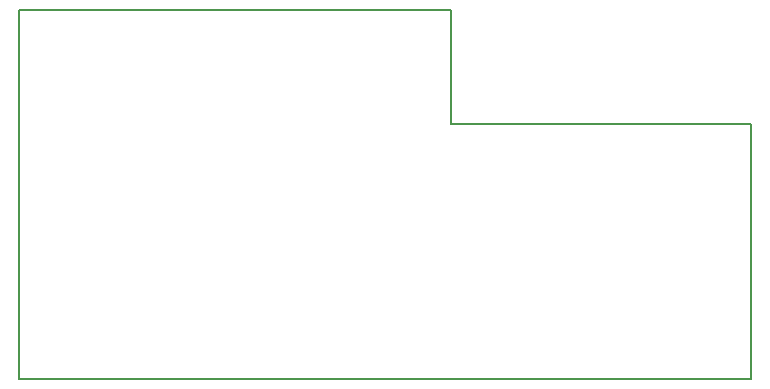
<source format=gbr>
G04 #@! TF.FileFunction,Profile,NP*
%FSLAX46Y46*%
G04 Gerber Fmt 4.6, Leading zero omitted, Abs format (unit mm)*
G04 Created by KiCad (PCBNEW 4.0.7-e2-6376~58~ubuntu16.04.1) date Tue Apr 10 12:50:06 2018*
%MOMM*%
%LPD*%
G01*
G04 APERTURE LIST*
%ADD10C,0.100000*%
%ADD11C,0.150000*%
G04 APERTURE END LIST*
D10*
D11*
X110744000Y-76962000D02*
X110744000Y-76962000D01*
X110744000Y-76708000D02*
X110744000Y-76962000D01*
X147320000Y-76708000D02*
X110744000Y-76708000D01*
X147320000Y-86360000D02*
X147320000Y-76708000D01*
X172720000Y-86360000D02*
X147320000Y-86360000D01*
X172720000Y-107950000D02*
X172720000Y-86360000D01*
X110744000Y-107950000D02*
X172720000Y-107950000D01*
X110744000Y-76962000D02*
X110744000Y-107950000D01*
M02*

</source>
